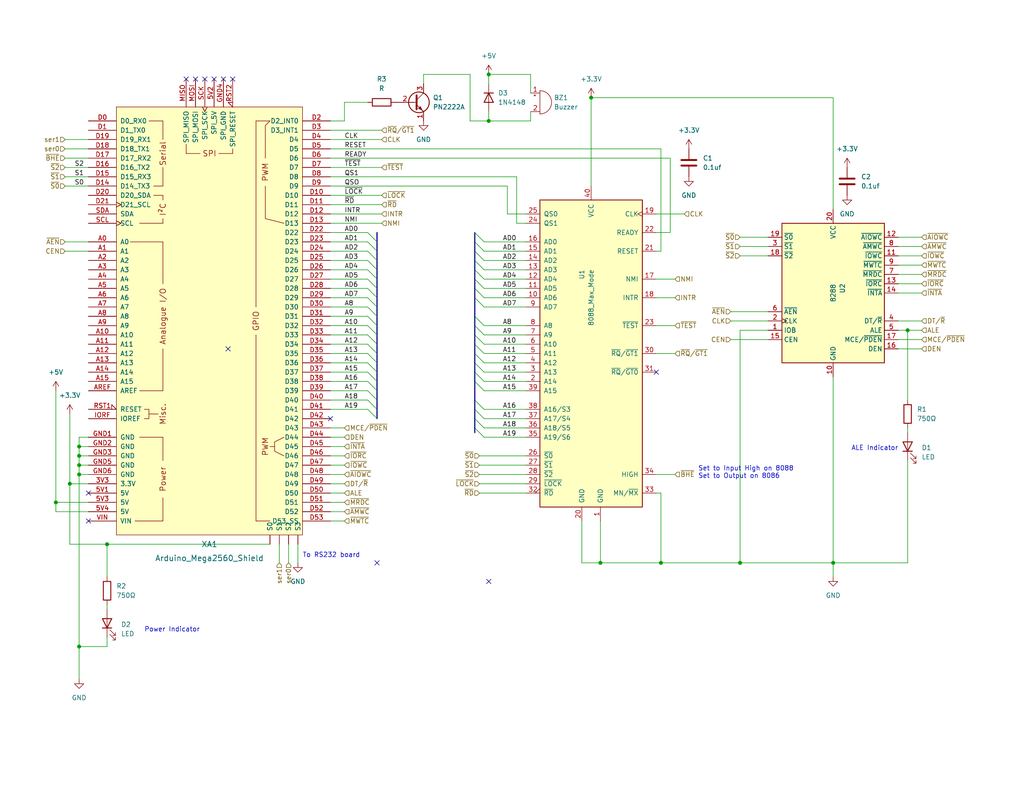
<source format=kicad_sch>
(kicad_sch (version 20211123) (generator eeschema)
  (paper "USLetter")
  (title_block (title "Arduino8088") (date "2024-05-16") (rev "v1.2"))
  (lib_symbols
    (symbol "Arduino_Library:Arduino_Mega2560_Shield" (pin_names (offset 1.016))
      (property "Reference" "XA1" (at 0 -60.96 0))
      (property "Value" "Arduino_Mega2560_Shield" (at 0 -64.77 0))
      (symbol "Arduino_Mega2560_Shield_0_0"
        (text "Analogue I/O" (at -12.7 1.27 900) (effects (font (size 1.524 1.524))))
        (text "I²C" (at -12.7 30.48 900) (effects (font (size 1.524 1.524))))
        (text "Misc." (at -12.7 -25.4 900) (effects (font (size 1.524 1.524))))
        (text "Power" (at -12.7 -43.18 900) (effects (font (size 1.524 1.524))))
        (text "PWM" (at 15.24 -34.29 900) (effects (font (size 1.524 1.524))))
        (text "PWM" (at 15.24 40.64 900) (effects (font (size 1.524 1.524))))
        (text "Serial" (at -12.7 45.72 900) (effects (font (size 1.524 1.524))))
        (text "SPI" (at 0 45.72 0) (effects (font (size 1.524 1.524))))
      )
      (symbol "Arduino_Mega2560_Shield_1_0"
        (text "GPIO" (at 12.7 0 900) (effects (font (size 1.524 1.524))))
      )
      (symbol "Arduino_Mega2560_Shield_1_1"
        (pin power_in line (at 16.51 -60.96 90) (length 2.54) (name "S0") (number ""))
        (pin bidirectional line (at 19.05 -60.96 90) (length 2.54) (name "S1") (number ""))
        (pin bidirectional line (at 21.59 -60.96 90) (length 2.54) (name "S2") (number ""))
        (pin power_in line (at 24.13 -60.96 90) (length 2.54) (name "S3") (number ""))
        (pin power_out line (at -33.02 -44.45 0) (length 7.62) (name "3.3V") (number "3V3"))
        (pin power_in line (at -33.02 -46.99 0) (length 7.62) (name "5V") (number "5V1"))
        (pin power_in line (at 1.27 66.04 270) (length 7.62) (name "SPI_5V") (number "5V2"))
        (pin power_in line (at -33.02 -49.53 0) (length 7.62) (name "5V") (number "5V3"))
        (pin power_in line (at -33.02 -52.07 0) (length 7.62) (name "5V") (number "5V4"))
        (pin bidirectional line (at -33.02 21.59 0) (length 7.62) (name "A0") (number "A0"))
        (pin bidirectional line (at -33.02 19.05 0) (length 7.62) (name "A1") (number "A1"))
        (pin bidirectional line (at -33.02 -3.81 0) (length 7.62) (name "A10") (number "A10"))
        (pin bidirectional line (at -33.02 -6.35 0) (length 7.62) (name "A11") (number "A11"))
        (pin bidirectional line (at -33.02 -8.89 0) (length 7.62) (name "A12") (number "A12"))
        (pin bidirectional line (at -33.02 -11.43 0) (length 7.62) (name "A13") (number "A13"))
        (pin bidirectional line (at -33.02 -13.97 0) (length 7.62) (name "A14") (number "A14"))
        (pin bidirectional line (at -33.02 -16.51 0) (length 7.62) (name "A15") (number "A15"))
        (pin bidirectional line (at -33.02 16.51 0) (length 7.62) (name "A2") (number "A2"))
        (pin bidirectional line (at -33.02 13.97 0) (length 7.62) (name "A3") (number "A3"))
        (pin bidirectional line (at -33.02 11.43 0) (length 7.62) (name "A4") (number "A4"))
        (pin bidirectional line (at -33.02 8.89 0) (length 7.62) (name "A5") (number "A5"))
        (pin bidirectional line (at -33.02 6.35 0) (length 7.62) (name "A6") (number "A6"))
        (pin bidirectional line (at -33.02 3.81 0) (length 7.62) (name "A7") (number "A7"))
        (pin bidirectional line (at -33.02 1.27 0) (length 7.62) (name "A8") (number "A8"))
        (pin bidirectional line (at -33.02 -1.27 0) (length 7.62) (name "A9") (number "A9"))
        (pin input line (at -33.02 -19.05 0) (length 7.62) (name "AREF") (number "AREF"))
        (pin bidirectional line (at -33.02 54.61 0) (length 7.62) (name "D0_RX0") (number "D0"))
        (pin bidirectional line (at -33.02 52.07 0) (length 7.62) (name "D1_TX0") (number "D1"))
        (pin bidirectional line (at 33.02 34.29 180) (length 7.62) (name "D10") (number "D10"))
        (pin bidirectional line (at 33.02 31.75 180) (length 7.62) (name "D11") (number "D11"))
        (pin bidirectional line (at 33.02 29.21 180) (length 7.62) (name "D12") (number "D12"))
        (pin bidirectional line (at 33.02 26.67 180) (length 7.62) (name "D13") (number "D13"))
        (pin bidirectional line (at -33.02 36.83 0) (length 7.62) (name "D14_TX3") (number "D14"))
        (pin bidirectional line (at -33.02 39.37 0) (length 7.62) (name "D15_RX3") (number "D15"))
        (pin bidirectional line (at -33.02 41.91 0) (length 7.62) (name "D16_TX2") (number "D16"))
        (pin bidirectional line (at -33.02 44.45 0) (length 7.62) (name "D17_RX2") (number "D17"))
        (pin bidirectional line (at -33.02 46.99 0) (length 7.62) (name "D18_TX1") (number "D18"))
        (pin bidirectional line (at -33.02 49.53 0) (length 7.62) (name "D19_RX1") (number "D19"))
        (pin bidirectional line (at 33.02 54.61 180) (length 7.62) (name "D2_INT0") (number "D2"))
        (pin bidirectional line (at -33.02 34.29 0) (length 7.62) (name "D20_SDA") (number "D20"))
        (pin bidirectional clock (at -33.02 31.75 0) (length 7.62) (name "D21_SCL") (number "D21"))
        (pin bidirectional line (at 33.02 24.13 180) (length 7.62) (name "D22") (number "D22"))
        (pin bidirectional line (at 33.02 21.59 180) (length 7.62) (name "D23") (number "D23"))
        (pin bidirectional line (at 33.02 19.05 180) (length 7.62) (name "D24") (number "D24"))
        (pin bidirectional line (at 33.02 16.51 180) (length 7.62) (name "D25") (number "D25"))
        (pin bidirectional line (at 33.02 13.97 180) (length 7.62) (name "D26") (number "D26"))
        (pin bidirectional line (at 33.02 11.43 180) (length 7.62) (name "D27") (number "D27"))
        (pin bidirectional line (at 33.02 8.89 180) (length 7.62) (name "D28") (number "D28"))
        (pin bidirectional line (at 33.02 6.35 180) (length 7.62) (name "D29") (number "D29"))
        (pin bidirectional line (at 33.02 52.07 180) (length 7.62) (name "D3_INT1") (number "D3"))
        (pin bidirectional line (at 33.02 3.81 180) (length 7.62) (name "D30") (number "D30"))
        (pin bidirectional line (at 33.02 1.27 180) (length 7.62) (name "D31") (number "D31"))
        (pin bidirectional line (at 33.02 -1.27 180) (length 7.62) (name "D32") (number "D32"))
        (pin bidirectional line (at 33.02 -3.81 180) (length 7.62) (name "D33") (number "D33"))
        (pin bidirectional line (at 33.02 -6.35 180) (length 7.62) (name "D34") (number "D34"))
        (pin bidirectional line (at 33.02 -8.89 180) (length 7.62) (name "D35") (number "D35"))
        (pin bidirectional line (at 33.02 -11.43 180) (length 7.62) (name "D36") (number "D36"))
        (pin bidirectional line (at 33.02 -13.97 180) (length 7.62) (name "D37") (number "D37"))
        (pin bidirectional line (at 33.02 -16.51 180) (length 7.62) (name "D38") (number "D38"))
        (pin bidirectional line (at 33.02 -19.05 180) (length 7.62) (name "D39") (number "D39"))
        (pin bidirectional line (at 33.02 49.53 180) (length 7.62) (name "D4") (number "D4"))
        (pin bidirectional line (at 33.02 -21.59 180) (length 7.62) (name "D40") (number "D40"))
        (pin bidirectional line (at 33.02 -24.13 180) (length 7.62) (name "D41") (number "D41"))
        (pin bidirectional line (at 33.02 -26.67 180) (length 7.62) (name "D42") (number "D42"))
        (pin bidirectional line (at 33.02 -29.21 180) (length 7.62) (name "D43") (number "D43"))
        (pin bidirectional line (at 33.02 -31.75 180) (length 7.62) (name "D44") (number "D44"))
        (pin bidirectional line (at 33.02 -34.29 180) (length 7.62) (name "D45") (number "D45"))
        (pin bidirectional line (at 33.02 -36.83 180) (length 7.62) (name "D46") (number "D46"))
        (pin bidirectional line (at 33.02 -39.37 180) (length 7.62) (name "D47") (number "D47"))
        (pin bidirectional line (at 33.02 -41.91 180) (length 7.62) (name "D48") (number "D48"))
        (pin bidirectional line (at 33.02 -44.45 180) (length 7.62) (name "D49") (number "D49"))
        (pin bidirectional line (at 33.02 46.99 180) (length 7.62) (name "D5") (number "D5"))
        (pin bidirectional line (at 33.02 -46.99 180) (length 7.62) (name "D50") (number "D50"))
        (pin bidirectional line (at 33.02 -49.53 180) (length 7.62) (name "D51") (number "D51"))
        (pin bidirectional line (at 33.02 -52.07 180) (length 7.62) (name "D52") (number "D52"))
        (pin bidirectional line (at 33.02 -54.61 180) (length 7.62) (name "D53_SS") (number "D53"))
        (pin bidirectional line (at 33.02 44.45 180) (length 7.62) (name "D6") (number "D6"))
        (pin bidirectional line (at 33.02 41.91 180) (length 7.62) (name "D7") (number "D7"))
        (pin bidirectional line (at 33.02 39.37 180) (length 7.62) (name "D8") (number "D8"))
        (pin bidirectional line (at 33.02 36.83 180) (length 7.62) (name "D9") (number "D9"))
        (pin power_in line (at -33.02 -31.75 0) (length 7.62) (name "GND") (number "GND1"))
        (pin power_in line (at -33.02 -34.29 0) (length 7.62) (name "GND") (number "GND2"))
        (pin power_in line (at -33.02 -36.83 0) (length 7.62) (name "GND") (number "GND3"))
        (pin power_in line (at 3.81 66.04 270) (length 7.62) (name "SPI_GND") (number "GND4"))
        (pin power_in line (at -33.02 -39.37 0) (length 7.62) (name "GND") (number "GND5"))
        (pin power_in line (at -33.02 -41.91 0) (length 7.62) (name "GND") (number "GND6"))
        (pin output line (at -33.02 -26.67 0) (length 7.62) (name "IOREF") (number "IORF"))
        (pin input line (at -6.35 66.04 270) (length 7.62) (name "SPI_MISO") (number "MISO"))
        (pin output line (at -3.81 66.04 270) (length 7.62) (name "SPI_MOSI") (number "MOSI"))
        (pin open_collector input_low (at -33.02 -24.13 0) (length 7.62) (name "RESET") (number "RST1"))
        (pin open_collector input_low (at 6.35 66.04 270) (length 7.62) (name "SPI_RESET") (number "RST2"))
        (pin output clock (at -1.27 66.04 270) (length 7.62) (name "SPI_SCK") (number "SCK"))
        (pin bidirectional clock (at -33.02 26.67 0) (length 7.62) (name "SCL") (number "SCL"))
        (pin bidirectional line (at -33.02 29.21 0) (length 7.62) (name "SDA") (number "SDA"))
        (pin power_in line (at -33.02 -54.61 0) (length 7.62) (name "VIN") (number "VIN"))
      )
    )
    (symbol "Device:Buzzer" (pin_names (offset 0.0254) hide)
      (property "Reference" "BZ" (at 3.81 1.27 0))
      (property "Value" "Buzzer" (at 3.81 -1.27 0))
      (symbol "Buzzer_1_1"
        (pin passive line (at -2.54 2.54 0) (length 2.54) (name "-") (number "1"))
        (pin passive line (at -2.54 -2.54 0) (length 2.54) (name "+") (number "2"))
      )
    )
    (symbol "Device:C" (pin_numbers hide) (pin_names (offset 0.254))
      (property "Reference" "C" (at 0.635 2.54 0))
      (property "Value" "C" (at 0.635 -2.54 0))
      (symbol "C_1_1"
        (pin passive line (at 0 3.81 270) (length 2.794) (name "~") (number "1"))
        (pin passive line (at 0 -3.81 90) (length 2.794) (name "~") (number "2"))
      )
    )
    (symbol "Device:LED" (pin_numbers hide) (pin_names (offset 1.016) hide)
      (property "Reference" "D" (at 0 2.54 0))
      (property "Value" "LED" (at 0 -2.54 0))
      (symbol "LED_1_1"
        (pin passive line (at -3.81 0 0) (length 2.54) (name "K") (number "1"))
        (pin passive line (at 3.81 0 180) (length 2.54) (name "A") (number "2"))
      )
    )
    (symbol "Device:R" (pin_numbers hide) (pin_names (offset 0))
      (property "Reference" "R" (at 2.032 0 90))
      (property "Value" "R" (at 0 0 90))
      (symbol "R_1_1"
        (pin passive line (at 0 3.81 270) (length 1.27) (name "~") (number "1"))
        (pin passive line (at 0 -3.81 90) (length 1.27) (name "~") (number "2"))
      )
    )
    (symbol "Diode:1N4148" (pin_numbers hide) (pin_names (offset 1.016) hide)
      (property "Reference" "D" (at 0 2.54 0))
      (property "Value" "1N4148" (at 0 -2.54 0))
      (symbol "1N4148_1_1"
        (pin passive line (at -3.81 0 0) (length 2.54) (name "K") (number "1"))
        (pin passive line (at 3.81 0 180) (length 2.54) (name "A") (number "2"))
      )
    )
    (symbol "Interface:8288"
      (property "Reference" "U" (at -13.97 20.32 0))
      (property "Value" "8288" (at 8.89 20.32 0))
      (symbol "8288_1_1"
        (pin input line (at -17.78 -10.16 0) (length 3.81) (name "IOB") (number "1"))
        (pin power_in line (at 0 -22.86 90) (length 3.81) (name "GND") (number "10"))
        (pin tri_state line (at 17.78 10.16 180) (length 3.81) (name "~{IOWC}") (number "11"))
        (pin tri_state line (at 17.78 15.24 180) (length 3.81) (name "~{AIOWC}") (number "12"))
        (pin tri_state line (at 17.78 2.54 180) (length 3.81) (name "~{IORC}") (number "13"))
        (pin tri_state line (at 17.78 0 180) (length 3.81) (name "~{INTA}") (number "14"))
        (pin input line (at -17.78 -12.7 0) (length 3.81) (name "CEN") (number "15"))
        (pin output line (at 17.78 -15.24 180) (length 3.81) (name "DEN") (number "16"))
        (pin output line (at 17.78 -12.7 180) (length 3.81) (name "MCE/~{PDEN}") (number "17"))
        (pin input line (at -17.78 10.16 0) (length 3.81) (name "~{S2}") (number "18"))
        (pin input line (at -17.78 15.24 0) (length 3.81) (name "~{S0}") (number "19"))
        (pin input clock (at -17.78 -7.62 0) (length 3.81) (name "CLK") (number "2"))
        (pin power_in line (at 0 22.86 270) (length 3.81) (name "VCC") (number "20"))
        (pin input line (at -17.78 12.7 0) (length 3.81) (name "~{S1}") (number "3"))
        (pin output line (at 17.78 -7.62 180) (length 3.81) (name "DT/~{R}") (number "4"))
        (pin output line (at 17.78 -10.16 180) (length 3.81) (name "ALE") (number "5"))
        (pin input line (at -17.78 -5.08 0) (length 3.81) (name "~{AEN}") (number "6"))
        (pin tri_state line (at 17.78 5.08 180) (length 3.81) (name "~{MRDC}") (number "7"))
        (pin tri_state line (at 17.78 12.7 180) (length 3.81) (name "~{AMWC}") (number "8"))
        (pin tri_state line (at 17.78 7.62 180) (length 3.81) (name "~{MWTC}") (number "9"))
      )
    )
    (symbol "MCU_Intel:8088_Max_Mode" (pin_names (offset 1.016))
      (property "Reference" "U" (at -12.7 43.18 0))
      (property "Value" "8088_Max_Mode" (at 10.16 43.18 0))
      (symbol "8088_Max_Mode_1_1"
        (pin power_in line (at -2.54 -45.72 90) (length 3.81) (name "GND") (number "1"))
        (pin bidirectional line (at 17.78 15.24 180) (length 3.81) (name "AD6") (number "10"))
        (pin bidirectional line (at 17.78 17.78 180) (length 3.81) (name "AD5") (number "11"))
        (pin bidirectional line (at 17.78 20.32 180) (length 3.81) (name "AD4") (number "12"))
        (pin bidirectional line (at 17.78 22.86 180) (length 3.81) (name "AD3") (number "13"))
        (pin bidirectional line (at 17.78 25.4 180) (length 3.81) (name "AD2") (number "14"))
        (pin bidirectional line (at 17.78 27.94 180) (length 3.81) (name "AD1") (number "15"))
        (pin bidirectional line (at 17.78 30.48 180) (length 3.81) (name "AD0") (number "16"))
        (pin input line (at -17.78 20.32 0) (length 3.81) (name "NMI") (number "17"))
        (pin input line (at -17.78 15.24 0) (length 3.81) (name "INTR") (number "18"))
        (pin input clock (at -17.78 38.1 0) (length 3.81) (name "CLK") (number "19"))
        (pin output line (at 17.78 -7.62 180) (length 3.81) (name "A14") (number "2"))
        (pin power_in line (at 2.54 -45.72 90) (length 3.81) (name "GND") (number "20"))
        (pin input line (at -17.78 27.94 0) (length 3.81) (name "RESET") (number "21"))
        (pin input line (at -17.78 33.02 0) (length 3.81) (name "READY") (number "22"))
        (pin input line (at -17.78 7.62 0) (length 3.81) (name "~{TEST}") (number "23"))
        (pin output line (at 17.78 35.56 180) (length 3.81) (name "QS1") (number "24"))
        (pin output line (at 17.78 38.1 180) (length 3.81) (name "QS0") (number "25"))
        (pin output line (at 17.78 -27.94 180) (length 3.81) (name "~{S0}") (number "26"))
        (pin output line (at 17.78 -30.48 180) (length 3.81) (name "~{S1}") (number "27"))
        (pin output line (at 17.78 -33.02 180) (length 3.81) (name "~{S2}") (number "28"))
        (pin output line (at 17.78 -35.56 180) (length 3.81) (name "~{LOCK}") (number "29"))
        (pin output line (at 17.78 -5.08 180) (length 3.81) (name "A13") (number "3"))
        (pin bidirectional line (at -17.78 0 0) (length 3.81) (name "~{RQ}/~{GT1}") (number "30"))
        (pin bidirectional line (at -17.78 -5.08 0) (length 3.81) (name "~{RQ}/~{GT0}") (number "31"))
        (pin output output_low (at 17.78 -38.1 180) (length 3.81) (name "~{RD}") (number "32"))
        (pin input line (at -17.78 -38.1 0) (length 3.81) (name "MN/~{MX}") (number "33"))
        (pin output line (at -17.78 -33.02 0) (length 3.81) (name "HIGH") (number "34"))
        (pin output line (at 17.78 -22.86 180) (length 3.81) (name "A19/S6") (number "35"))
        (pin output line (at 17.78 -20.32 180) (length 3.81) (name "A18/S5") (number "36"))
        (pin output line (at 17.78 -17.78 180) (length 3.81) (name "A17/S4") (number "37"))
        (pin output line (at 17.78 -15.24 180) (length 3.81) (name "A16/S3") (number "38"))
        (pin output line (at 17.78 -10.16 180) (length 3.81) (name "A15") (number "39"))
        (pin output line (at 17.78 -2.54 180) (length 3.81) (name "A12") (number "4"))
        (pin power_in line (at 0 45.72 270) (length 3.81) (name "VCC") (number "40"))
        (pin output line (at 17.78 0 180) (length 3.81) (name "A11") (number "5"))
        (pin output line (at 17.78 2.54 180) (length 3.81) (name "A10") (number "6"))
        (pin output line (at 17.78 5.08 180) (length 3.81) (name "A9") (number "7"))
        (pin output line (at 17.78 7.62 180) (length 3.81) (name "A8") (number "8"))
        (pin bidirectional line (at 17.78 12.7 180) (length 3.81) (name "AD7") (number "9"))
      )
    )
    (symbol "Transistor_BJT:PN2222A" (pin_names (offset 0) hide)
      (property "Reference" "Q" (at 5.08 1.905 0))
      (property "Value" "PN2222A" (at 5.08 0 0))
      (symbol "PN2222A_1_1"
        (pin passive line (at 2.54 -5.08 90) (length 2.54) (name "E") (number "1"))
        (pin input line (at -5.08 0 0) (length 5.08) (name "B") (number "2"))
        (pin passive line (at 2.54 5.08 270) (length 2.54) (name "C") (number "3"))
      )
    )
    (symbol "logo:LOGO" (pin_names (offset 1.016)))
    (symbol "power:+3.3V" (power) (pin_names (offset 0))
      (property "Value" "+3.3V" (at 0 3.556 0))
      (symbol "+3.3V_1_1"
        (pin power_in line (at 0 0 90) (length 0) hide (name "+3.3V") (number "1"))
      )
    )
    (symbol "power:+5V" (power) (pin_names (offset 0))
      (property "Value" "+5V" (at 0 3.556 0))
      (symbol "+5V_1_1"
        (pin power_in line (at 0 0 90) (length 0) hide (name "+5V") (number "1"))
      )
    )
    (symbol "power:GND" (power) (pin_names (offset 0))
      (property "Value" "GND" (at 0 -3.81 0))
      (symbol "GND_1_1"
        (pin power_in line (at 0 0 270) (length 0) hide (name "GND") (number "1"))
      )
    )
  )
  (junction (at 133.35 20.32))
  (junction (at 180.34 153.67))
  (junction (at 21.59 121.92))
  (junction (at 201.93 153.67))
  (junction (at 21.59 129.54))
  (junction (at 21.59 176.53))
  (junction (at 133.35 33.02))
  (junction (at 227.33 153.67))
  (junction (at 19.05 132.08))
  (junction (at 161.29 26.67))
  (junction (at 15.24 137.16))
  (junction (at 29.21 148.59))
  (junction (at 21.59 127))
  (junction (at 21.59 124.46))
  (junction (at 163.83 153.67))
  (junction (at 247.65 90.17))
  (no_connect (at 179.07 101.6))
  (no_connect (at 50.8 21.59))
  (no_connect (at 53.34 21.59))
  (no_connect (at 55.88 21.59))
  (no_connect (at 24.13 134.62))
  (no_connect (at 133.35 158.75))
  (no_connect (at 102.87 153.67))
  (no_connect (at 62.23 95.25))
  (no_connect (at 90.17 114.3))
  (no_connect (at 24.13 142.24))
  (no_connect (at 58.42 21.59))
  (no_connect (at 60.96 21.59))
  (no_connect (at 63.5 21.59))
  (bus_entry (at 102.87 114.3) (size -2.54 -2.54))
  (bus_entry (at 102.87 101.6) (size -2.54 -2.54))
  (bus_entry (at 102.87 104.14) (size -2.54 -2.54))
  (bus_entry (at 102.87 99.06) (size -2.54 -2.54))
  (bus_entry (at 102.87 106.68) (size -2.54 -2.54))
  (bus_entry (at 102.87 111.76) (size -2.54 -2.54))
  (bus_entry (at 102.87 109.22) (size -2.54 -2.54))
  (bus_entry (at 102.87 81.28) (size -2.54 -2.54))
  (bus_entry (at 102.87 83.82) (size -2.54 -2.54))
  (bus_entry (at 102.87 86.36) (size -2.54 -2.54))
  (bus_entry (at 102.87 88.9) (size -2.54 -2.54))
  (bus_entry (at 102.87 66.04) (size -2.54 -2.54))
  (bus_entry (at 102.87 68.58) (size -2.54 -2.54))
  (bus_entry (at 102.87 71.12) (size -2.54 -2.54))
  (bus_entry (at 102.87 73.66) (size -2.54 -2.54))
  (bus_entry (at 102.87 76.2) (size -2.54 -2.54))
  (bus_entry (at 102.87 78.74) (size -2.54 -2.54))
  (bus_entry (at 102.87 91.44) (size -2.54 -2.54))
  (bus_entry (at 102.87 93.98) (size -2.54 -2.54))
  (bus_entry (at 102.87 96.52) (size -2.54 -2.54))
  (bus_entry (at 129.54 63.5) (size 2.54 2.54))
  (bus_entry (at 129.54 66.04) (size 2.54 2.54))
  (bus_entry (at 129.54 68.58) (size 2.54 2.54))
  (bus_entry (at 129.54 71.12) (size 2.54 2.54))
  (bus_entry (at 129.54 73.66) (size 2.54 2.54))
  (bus_entry (at 129.54 76.2) (size 2.54 2.54))
  (bus_entry (at 129.54 78.74) (size 2.54 2.54))
  (bus_entry (at 129.54 81.28) (size 2.54 2.54))
  (bus_entry (at 129.54 86.36) (size 2.54 2.54))
  (bus_entry (at 129.54 88.9) (size 2.54 2.54))
  (bus_entry (at 129.54 91.44) (size 2.54 2.54))
  (bus_entry (at 129.54 93.98) (size 2.54 2.54))
  (bus_entry (at 129.54 96.52) (size 2.54 2.54))
  (bus_entry (at 129.54 99.06) (size 2.54 2.54))
  (bus_entry (at 129.54 101.6) (size 2.54 2.54))
  (bus_entry (at 129.54 104.14) (size 2.54 2.54))
  (bus_entry (at 129.54 116.84) (size 2.54 2.54))
  (bus_entry (at 129.54 109.22) (size 2.54 2.54))
  (bus_entry (at 129.54 111.76) (size 2.54 2.54))
  (bus_entry (at 129.54 114.3) (size 2.54 2.54))
  (wire (pts (xy 158.75 153.67) (xy 163.83 153.67)))
  (wire (pts (xy 163.83 142.24) (xy 163.83 153.67)))
  (wire (pts (xy 245.11 74.93) (xy 251.46 74.93)))
  (wire (pts (xy 90.17 134.62) (xy 93.98 134.62)))
  (wire (pts (xy 19.05 113.03) (xy 19.05 132.08)))
  (wire (pts (xy 81.28 148.59) (xy 81.28 153.67)))
  (bus (pts (xy 129.54 73.66) (xy 129.54 76.2)))
  (wire (pts (xy 29.21 148.59) (xy 29.21 157.48)))
  (wire (pts (xy 90.17 83.82) (xy 100.33 83.82)))
  (bus (pts (xy 102.87 81.28) (xy 102.87 83.82)))
  (wire (pts (xy 17.78 38.1) (xy 24.13 38.1)))
  (bus (pts (xy 102.87 86.36) (xy 102.87 88.9)))
  (wire (pts (xy 90.17 81.28) (xy 100.33 81.28)))
  (wire (pts (xy 19.05 132.08) (xy 24.13 132.08)))
  (bus (pts (xy 102.87 76.2) (xy 102.87 78.74)))
  (wire (pts (xy 158.75 142.24) (xy 158.75 153.67)))
  (wire (pts (xy 199.39 85.09) (xy 209.55 85.09)))
  (wire (pts (xy 128.27 33.02) (xy 133.35 33.02)))
  (wire (pts (xy 132.08 76.2) (xy 143.51 76.2)))
  (wire (pts (xy 130.81 129.54) (xy 143.51 129.54)))
  (wire (pts (xy 90.17 127) (xy 93.98 127)))
  (wire (pts (xy 133.35 33.02) (xy 144.78 33.02)))
  (wire (pts (xy 90.17 53.34) (xy 104.14 53.34)))
  (wire (pts (xy 90.17 38.1) (xy 104.14 38.1)))
  (wire (pts (xy 245.11 80.01) (xy 251.46 80.01)))
  (wire (pts (xy 227.33 102.87) (xy 227.33 153.67)))
  (wire (pts (xy 90.17 43.18) (xy 182.88 43.18)))
  (wire (pts (xy 90.17 55.88) (xy 104.14 55.88)))
  (wire (pts (xy 21.59 127) (xy 24.13 127)))
  (wire (pts (xy 132.08 66.04) (xy 143.51 66.04)))
  (wire (pts (xy 90.17 86.36) (xy 100.33 86.36)))
  (wire (pts (xy 90.17 142.24) (xy 93.98 142.24)))
  (wire (pts (xy 21.59 176.53) (xy 21.59 185.42)))
  (bus (pts (xy 129.54 91.44) (xy 129.54 93.98)))
  (wire (pts (xy 29.21 148.59) (xy 73.66 148.59)))
  (bus (pts (xy 102.87 71.12) (xy 102.87 73.66)))
  (wire (pts (xy 15.24 137.16) (xy 15.24 139.7)))
  (bus (pts (xy 129.54 63.5) (xy 129.54 66.04)))
  (wire (pts (xy 247.65 125.73) (xy 247.65 153.67)))
  (wire (pts (xy 247.65 116.84) (xy 247.65 118.11)))
  (wire (pts (xy 132.08 91.44) (xy 143.51 91.44)))
  (wire (pts (xy 29.21 176.53) (xy 21.59 176.53)))
  (wire (pts (xy 179.07 58.42) (xy 186.69 58.42)))
  (wire (pts (xy 132.08 116.84) (xy 143.51 116.84)))
  (wire (pts (xy 245.11 92.71) (xy 251.46 92.71)))
  (wire (pts (xy 29.21 173.99) (xy 29.21 176.53)))
  (wire (pts (xy 201.93 69.85) (xy 209.55 69.85)))
  (wire (pts (xy 132.08 68.58) (xy 143.51 68.58)))
  (wire (pts (xy 227.33 153.67) (xy 227.33 157.48)))
  (wire (pts (xy 245.11 72.39) (xy 251.46 72.39)))
  (wire (pts (xy 90.17 121.92) (xy 93.98 121.92)))
  (bus (pts (xy 129.54 66.04) (xy 129.54 68.58)))
  (wire (pts (xy 245.11 67.31) (xy 251.46 67.31)))
  (bus (pts (xy 129.54 96.52) (xy 129.54 99.06)))
  (wire (pts (xy 132.08 88.9) (xy 143.51 88.9)))
  (wire (pts (xy 161.29 26.67) (xy 161.29 50.8)))
  (bus (pts (xy 102.87 104.14) (xy 102.87 106.68)))
  (wire (pts (xy 245.11 87.63) (xy 251.46 87.63)))
  (wire (pts (xy 100.33 27.94) (xy 93.98 27.94)))
  (bus (pts (xy 102.87 111.76) (xy 102.87 114.3)))
  (wire (pts (xy 161.29 26.67) (xy 227.33 26.67)))
  (wire (pts (xy 90.17 99.06) (xy 100.33 99.06)))
  (wire (pts (xy 21.59 121.92) (xy 21.59 124.46)))
  (wire (pts (xy 93.98 27.94) (xy 93.98 33.02)))
  (wire (pts (xy 247.65 90.17) (xy 247.65 109.22)))
  (bus (pts (xy 102.87 88.9) (xy 102.87 91.44)))
  (wire (pts (xy 90.17 91.44) (xy 100.33 91.44)))
  (wire (pts (xy 130.81 134.62) (xy 143.51 134.62)))
  (wire (pts (xy 90.17 93.98) (xy 100.33 93.98)))
  (wire (pts (xy 29.21 165.1) (xy 29.21 166.37)))
  (wire (pts (xy 90.17 66.04) (xy 100.33 66.04)))
  (bus (pts (xy 102.87 101.6) (xy 102.87 104.14)))
  (wire (pts (xy 21.59 119.38) (xy 21.59 121.92)))
  (bus (pts (xy 102.87 99.06) (xy 102.87 101.6)))
  (wire (pts (xy 132.08 81.28) (xy 143.51 81.28)))
  (wire (pts (xy 19.05 148.59) (xy 29.21 148.59)))
  (bus (pts (xy 129.54 81.28) (xy 129.54 86.36)))
  (wire (pts (xy 90.17 139.7) (xy 93.98 139.7)))
  (wire (pts (xy 90.17 119.38) (xy 93.98 119.38)))
  (wire (pts (xy 90.17 124.46) (xy 93.98 124.46)))
  (wire (pts (xy 90.17 35.56) (xy 104.14 35.56)))
  (wire (pts (xy 17.78 50.8) (xy 24.13 50.8)))
  (wire (pts (xy 17.78 66.04) (xy 24.13 66.04)))
  (wire (pts (xy 90.17 48.26) (xy 140.97 48.26)))
  (wire (pts (xy 17.78 45.72) (xy 24.13 45.72)))
  (wire (pts (xy 90.17 96.52) (xy 100.33 96.52)))
  (wire (pts (xy 179.07 68.58) (xy 180.34 68.58)))
  (wire (pts (xy 90.17 116.84) (xy 93.98 116.84)))
  (wire (pts (xy 93.98 33.02) (xy 90.17 33.02)))
  (wire (pts (xy 180.34 153.67) (xy 201.93 153.67)))
  (wire (pts (xy 15.24 106.68) (xy 15.24 137.16)))
  (bus (pts (xy 102.87 78.74) (xy 102.87 81.28)))
  (wire (pts (xy 247.65 90.17) (xy 251.46 90.17)))
  (wire (pts (xy 90.17 60.96) (xy 104.14 60.96)))
  (wire (pts (xy 180.34 134.62) (xy 180.34 153.67)))
  (bus (pts (xy 102.87 109.22) (xy 102.87 111.76)))
  (wire (pts (xy 138.43 50.8) (xy 138.43 58.42)))
  (wire (pts (xy 245.11 64.77) (xy 251.46 64.77)))
  (wire (pts (xy 132.08 71.12) (xy 143.51 71.12)))
  (wire (pts (xy 245.11 90.17) (xy 247.65 90.17)))
  (bus (pts (xy 129.54 88.9) (xy 129.54 91.44)))
  (bus (pts (xy 129.54 93.98) (xy 129.54 96.52)))
  (wire (pts (xy 180.34 40.64) (xy 180.34 68.58)))
  (wire (pts (xy 132.08 106.68) (xy 143.51 106.68)))
  (wire (pts (xy 21.59 127) (xy 21.59 129.54)))
  (wire (pts (xy 132.08 73.66) (xy 143.51 73.66)))
  (wire (pts (xy 90.17 109.22) (xy 100.33 109.22)))
  (wire (pts (xy 132.08 99.06) (xy 143.51 99.06)))
  (wire (pts (xy 19.05 132.08) (xy 19.05 148.59)))
  (wire (pts (xy 133.35 20.32) (xy 144.78 20.32)))
  (wire (pts (xy 199.39 92.71) (xy 209.55 92.71)))
  (wire (pts (xy 24.13 137.16) (xy 15.24 137.16)))
  (wire (pts (xy 144.78 20.32) (xy 144.78 25.4)))
  (wire (pts (xy 132.08 96.52) (xy 143.51 96.52)))
  (wire (pts (xy 179.07 96.52) (xy 184.15 96.52)))
  (wire (pts (xy 90.17 129.54) (xy 93.98 129.54)))
  (wire (pts (xy 90.17 111.76) (xy 100.33 111.76)))
  (bus (pts (xy 129.54 109.22) (xy 129.54 111.76)))
  (wire (pts (xy 201.93 153.67) (xy 227.33 153.67)))
  (wire (pts (xy 227.33 57.15) (xy 227.33 26.67)))
  (bus (pts (xy 129.54 68.58) (xy 129.54 71.12)))
  (wire (pts (xy 201.93 90.17) (xy 209.55 90.17)))
  (wire (pts (xy 90.17 137.16) (xy 93.98 137.16)))
  (bus (pts (xy 129.54 111.76) (xy 129.54 114.3)))
  (wire (pts (xy 179.07 129.54) (xy 184.15 129.54)))
  (wire (pts (xy 179.07 81.28) (xy 184.15 81.28)))
  (wire (pts (xy 90.17 45.72) (xy 104.14 45.72)))
  (wire (pts (xy 17.78 40.64) (xy 24.13 40.64)))
  (bus (pts (xy 129.54 78.74) (xy 129.54 81.28)))
  (wire (pts (xy 21.59 129.54) (xy 21.59 176.53)))
  (wire (pts (xy 201.93 90.17) (xy 201.93 153.67)))
  (wire (pts (xy 199.39 87.63) (xy 209.55 87.63)))
  (wire (pts (xy 132.08 111.76) (xy 143.51 111.76)))
  (wire (pts (xy 132.08 104.14) (xy 143.51 104.14)))
  (wire (pts (xy 115.57 20.32) (xy 128.27 20.32)))
  (wire (pts (xy 115.57 20.32) (xy 115.57 22.86)))
  (wire (pts (xy 90.17 71.12) (xy 100.33 71.12)))
  (bus (pts (xy 102.87 63.5) (xy 102.87 66.04)))
  (bus (pts (xy 129.54 104.14) (xy 129.54 109.22)))
  (wire (pts (xy 21.59 129.54) (xy 24.13 129.54)))
  (wire (pts (xy 140.97 60.96) (xy 143.51 60.96)))
  (wire (pts (xy 90.17 58.42) (xy 104.14 58.42)))
  (wire (pts (xy 179.07 76.2) (xy 184.15 76.2)))
  (wire (pts (xy 132.08 101.6) (xy 143.51 101.6)))
  (bus (pts (xy 129.54 86.36) (xy 129.54 88.9)))
  (bus (pts (xy 129.54 101.6) (xy 129.54 104.14)))
  (bus (pts (xy 129.54 76.2) (xy 129.54 78.74)))
  (wire (pts (xy 21.59 121.92) (xy 24.13 121.92)))
  (wire (pts (xy 132.08 93.98) (xy 143.51 93.98)))
  (wire (pts (xy 90.17 78.74) (xy 100.33 78.74)))
  (wire (pts (xy 140.97 48.26) (xy 140.97 60.96)))
  (wire (pts (xy 17.78 48.26) (xy 24.13 48.26)))
  (wire (pts (xy 130.81 132.08) (xy 143.51 132.08)))
  (wire (pts (xy 132.08 83.82) (xy 143.51 83.82)))
  (wire (pts (xy 15.24 139.7) (xy 24.13 139.7)))
  (wire (pts (xy 90.17 132.08) (xy 93.98 132.08)))
  (wire (pts (xy 138.43 58.42) (xy 143.51 58.42)))
  (wire (pts (xy 132.08 114.3) (xy 143.51 114.3)))
  (wire (pts (xy 21.59 124.46) (xy 21.59 127)))
  (bus (pts (xy 102.87 96.52) (xy 102.87 99.06)))
  (wire (pts (xy 245.11 69.85) (xy 251.46 69.85)))
  (wire (pts (xy 182.88 43.18) (xy 182.88 63.5)))
  (wire (pts (xy 133.35 30.48) (xy 133.35 33.02)))
  (wire (pts (xy 144.78 30.48) (xy 144.78 33.02)))
  (wire (pts (xy 130.81 124.46) (xy 143.51 124.46)))
  (wire (pts (xy 90.17 88.9) (xy 100.33 88.9)))
  (wire (pts (xy 17.78 68.58) (xy 24.13 68.58)))
  (bus (pts (xy 129.54 116.84) (xy 129.54 118.11)))
  (wire (pts (xy 130.81 127) (xy 143.51 127)))
  (wire (pts (xy 133.35 22.86) (xy 133.35 20.32)))
  (wire (pts (xy 245.11 77.47) (xy 251.46 77.47)))
  (wire (pts (xy 90.17 73.66) (xy 100.33 73.66)))
  (wire (pts (xy 90.17 40.64) (xy 180.34 40.64)))
  (wire (pts (xy 90.17 50.8) (xy 138.43 50.8)))
  (wire (pts (xy 128.27 20.32) (xy 128.27 33.02)))
  (wire (pts (xy 90.17 63.5) (xy 100.33 63.5)))
  (bus (pts (xy 102.87 106.68) (xy 102.87 109.22)))
  (wire (pts (xy 90.17 68.58) (xy 100.33 68.58)))
  (wire (pts (xy 179.07 134.62) (xy 180.34 134.62)))
  (wire (pts (xy 17.78 43.18) (xy 24.13 43.18)))
  (wire (pts (xy 163.83 153.67) (xy 180.34 153.67)))
  (wire (pts (xy 90.17 106.68) (xy 100.33 106.68)))
  (bus (pts (xy 102.87 93.98) (xy 102.87 96.52)))
  (wire (pts (xy 201.93 64.77) (xy 209.55 64.77)))
  (bus (pts (xy 102.87 91.44) (xy 102.87 93.98)))
  (wire (pts (xy 179.07 88.9) (xy 184.15 88.9)))
  (wire (pts (xy 90.17 76.2) (xy 100.33 76.2)))
  (bus (pts (xy 129.54 114.3) (xy 129.54 116.84)))
  (wire (pts (xy 21.59 119.38) (xy 24.13 119.38)))
  (wire (pts (xy 76.2 148.59) (xy 76.2 153.67)))
  (bus (pts (xy 102.87 73.66) (xy 102.87 76.2)))
  (wire (pts (xy 201.93 67.31) (xy 209.55 67.31)))
  (wire (pts (xy 132.08 78.74) (xy 143.51 78.74)))
  (wire (pts (xy 90.17 101.6) (xy 100.33 101.6)))
  (bus (pts (xy 102.87 66.04) (xy 102.87 68.58)))
  (wire (pts (xy 179.07 63.5) (xy 182.88 63.5)))
  (wire (pts (xy 132.08 119.38) (xy 143.51 119.38)))
  (bus (pts (xy 102.87 68.58) (xy 102.87 71.12)))
  (bus (pts (xy 129.54 99.06) (xy 129.54 101.6)))
  (wire (pts (xy 227.33 153.67) (xy 247.65 153.67)))
  (wire (pts (xy 78.74 148.59) (xy 78.74 153.67)))
  (wire (pts (xy 21.59 124.46) (xy 24.13 124.46)))
  (wire (pts (xy 245.11 95.25) (xy 251.46 95.25)))
  (wire (pts (xy 90.17 104.14) (xy 100.33 104.14)))
  (bus (pts (xy 102.87 83.82) (xy 102.87 86.36)))
  (bus (pts (xy 129.54 71.12) (xy 129.54 73.66)))
  (text "Power Indicator" (at 39.37 172.72 0) (effects (font (size 1.27 1.27)) (justify left bottom)))
  (text "Set to Input High on 8088\nSet to Output on 8086" (at 190.5 130.81 0) (effects (font (size 1.27 1.27)) (justify left bottom)))
  (text "ALE Indicator" (at 245.11 123.19 180) (effects (font (size 1.27 1.27)) (justify right bottom)))
  (text "To RS232 board" (at 82.55 152.4 0) (effects (font (size 1.27 1.27)) (justify left bottom)))
  (label "RESET" (at 93.98 40.64 0))
  (label "A17" (at 137.16 114.3 0))
  (label "A18" (at 137.16 116.84 0))
  (label "AD0" (at 93.98 63.5 0))
  (label "INTR" (at 93.98 58.42 0))
  (label "AD2" (at 93.98 68.58 0))
  (label "A15" (at 93.98 101.6 0))
  (label "A15" (at 137.16 106.68 0))
  (label "A19" (at 93.98 111.76 0))
  (label "AD4" (at 137.16 76.2 0))
  (label "READY" (at 93.98 43.18 0))
  (label "A14" (at 137.16 104.14 0))
  (label "CLK" (at 93.98 38.1 0))
  (label "A12" (at 93.98 93.98 0))
  (label "A9" (at 137.16 91.44 0))
  (label "~{TEST}" (at 93.98 45.72 0))
  (label "A11" (at 137.16 96.52 0))
  (label "AD3" (at 137.16 73.66 0))
  (label "A19" (at 137.16 119.38 0))
  (label "AD4" (at 93.98 73.66 0))
  (label "AD1" (at 93.98 66.04 0))
  (label "A16" (at 93.98 104.14 0))
  (label "AD0" (at 137.16 66.04 0))
  (label "A13" (at 93.98 96.52 0))
  (label "~{LOCK}" (at 93.98 53.34 0))
  (label "A17" (at 93.98 106.68 0))
  (label "A16" (at 137.16 111.76 0))
  (label "QS1" (at 93.98 48.26 0))
  (label "A9" (at 93.98 86.36 0))
  (label "A11" (at 93.98 91.44 0))
  (label "A8" (at 93.98 83.82 0))
  (label "A8" (at 137.16 88.9 0))
  (label "AD7" (at 137.16 83.82 0))
  (label "~{RD}" (at 93.98 55.88 0))
  (label "AD3" (at 93.98 71.12 0))
  (label "NMI" (at 93.98 60.96 0))
  (label "A14" (at 93.98 99.06 0))
  (label "AD1" (at 137.16 68.58 0))
  (label "QSO" (at 93.98 50.8 0))
  (label "A18" (at 93.98 109.22 0))
  (label "A12" (at 137.16 99.06 0))
  (label "A10" (at 93.98 88.9 0))
  (label "AD7" (at 93.98 81.28 0))
  (label "S2" (at 20.32 45.72 0))
  (label "A10" (at 137.16 93.98 0))
  (label "S0" (at 20.32 50.8 0))
  (label "AD5" (at 137.16 78.74 0))
  (label "A13" (at 137.16 101.6 0))
  (label "AD6" (at 137.16 81.28 0))
  (label "AD6" (at 93.98 78.74 0))
  (label "AD5" (at 93.98 76.2 0))
  (label "S1" (at 20.32 48.26 0))
  (label "AD2" (at 137.16 71.12 0))
  (hierarchical_label "CLK" (shape input) (at 199.39 87.63 180))
  (hierarchical_label "~{IORC}" (shape input) (at 251.46 77.47 0))
  (hierarchical_label "~{INTA}" (shape input) (at 251.46 80.01 0))
  (hierarchical_label "~{BHE}" (shape input) (at 184.15 129.54 0))
  (hierarchical_label "~{S2}" (shape input) (at 201.93 69.85 180))
  (hierarchical_label "~{LOCK}" (shape input) (at 104.14 53.34 0))
  (hierarchical_label "~{AIOWC}" (shape input) (at 93.98 129.54 0))
  (hierarchical_label "~{IOWC}" (shape input) (at 93.98 127 0))
  (hierarchical_label "DEN" (shape input) (at 251.46 95.25 0))
  (hierarchical_label "ser1" (shape input) (at 17.78 38.1 180))
  (hierarchical_label "~{AMWC}" (shape input) (at 251.46 67.31 0))
  (hierarchical_label "~{S1}" (shape input) (at 201.93 67.31 180))
  (hierarchical_label "~{RQ}{slash}~{GT1}" (shape input) (at 104.14 35.56 0))
  (hierarchical_label "~{S0}" (shape input) (at 201.93 64.77 180))
  (hierarchical_label "ser1" (shape input) (at 76.2 153.67 270))
  (hierarchical_label "INTR" (shape input) (at 104.14 58.42 0))
  (hierarchical_label "~{AMWC}" (shape input) (at 93.98 139.7 0))
  (hierarchical_label "~{IOWC}" (shape input) (at 251.46 69.85 0))
  (hierarchical_label "~{TEST}" (shape input) (at 184.15 88.9 0))
  (hierarchical_label "~{AEN}" (shape input) (at 17.78 66.04 180))
  (hierarchical_label "~{MRDC}" (shape input) (at 93.98 137.16 0))
  (hierarchical_label "CEN" (shape input) (at 199.39 92.71 180))
  (hierarchical_label "ALE" (shape input) (at 251.46 90.17 0))
  (hierarchical_label "ALE" (shape input) (at 93.98 134.62 0))
  (hierarchical_label "~{S1}" (shape input) (at 17.78 48.26 180))
  (hierarchical_label "NMI" (shape input) (at 184.15 76.2 0))
  (hierarchical_label "~{IORC}" (shape input) (at 93.98 124.46 0))
  (hierarchical_label "DEN" (shape input) (at 93.98 119.38 0))
  (hierarchical_label "~{LOCK}" (shape input) (at 130.81 132.08 180))
  (hierarchical_label "MCE{slash}~{PDEN}" (shape input) (at 93.98 116.84 0))
  (hierarchical_label "ser0" (shape input) (at 17.78 40.64 180))
  (hierarchical_label "DT{slash}~{R}" (shape input) (at 251.46 87.63 0))
  (hierarchical_label "~{RD}" (shape input) (at 130.81 134.62 180))
  (hierarchical_label "~{S2}" (shape input) (at 17.78 45.72 180))
  (hierarchical_label "~{BHE}" (shape input) (at 17.78 43.18 180))
  (hierarchical_label "~{S0}" (shape input) (at 130.81 124.46 180))
  (hierarchical_label "~{S1}" (shape input) (at 130.81 127 180))
  (hierarchical_label "CLK" (shape input) (at 104.14 38.1 0))
  (hierarchical_label "CEN" (shape input) (at 17.78 68.58 180))
  (hierarchical_label "~{RQ}{slash}~{GT1}" (shape input) (at 184.15 96.52 0))
  (hierarchical_label "~{AIOWC}" (shape input) (at 251.46 64.77 0))
  (hierarchical_label "INTR" (shape input) (at 184.15 81.28 0))
  (hierarchical_label "~{AEN}" (shape input) (at 199.39 85.09 180))
  (hierarchical_label "~{MWTC}" (shape input) (at 251.46 72.39 0))
  (hierarchical_label "ser0" (shape input) (at 78.74 153.67 270))
  (hierarchical_label "~{TEST}" (shape input) (at 104.14 45.72 0))
  (hierarchical_label "CLK" (shape input) (at 186.69 58.42 0))
  (hierarchical_label "~{INTA}" (shape input) (at 93.98 121.92 0))
  (hierarchical_label "~{S2}" (shape input) (at 130.81 129.54 180))
  (hierarchical_label "~{S0}" (shape input) (at 17.78 50.8 180))
  (hierarchical_label "DT{slash}~{R}" (shape input) (at 93.98 132.08 0))
  (hierarchical_label "~{RD}" (shape input) (at 104.14 55.88 0))
  (hierarchical_label "~{MWTC}" (shape input) (at 93.98 142.24 0))
  (hierarchical_label "MCE{slash}~{PDEN}" (shape input) (at 251.46 92.71 0))
  (hierarchical_label "NMI" (shape input) (at 104.14 60.96 0))
  (hierarchical_label "~{MRDC}" (shape input) (at 251.46 74.93 0))
  (symbol (lib_id "Device:C") (at 231.14 49.53 0) (unit 1)
    (property "Reference" "C2" (at 234.95 48.2599 0) (effects (justify left)))
    (property "Value" "0.1uf" (at 234.95 50.7999 0) (effects (justify left)))
    (property "Footprint" "Capacitor_SMD:C_0805_2012Metric_Pad1.18x1.45mm_HandSolder" (effects hide))
  )
  (symbol (lib_id "Arduino_Library:Arduino_Mega2560_Shield") (at 57.15 87.63 0) (unit 1)
    (property "Reference" "XA1" (at 57.15 148.59 0) (effects (font (size 1.524 1.524))))
    (property "Value" "Arduino_Mega2560_Shield" (at 57.15 152.4 0) (effects (font (size 1.524 1.524))))
    (property "Footprint" "Arduino_Library:Arduino_Mega2560_Shield" (effects hide))
    (property "Datasheet" "https://store.arduino.cc/products/arduino-mega-2560-rev3" (effects hide))
  )
  (symbol (lib_id "power:GND") (at 227.33 157.48 0) (unit 1)
    (property "Reference" "#PWR0102" (effects hide))
    (property "Value" "GND" (at 227.33 162.56 0))
  )
  (symbol (lib_id "power:+3.3V") (at 161.29 26.67 0) (unit 1)
    (property "Reference" "#PWR0103" (effects hide))
    (property "Value" "+3.3V" (at 161.29 21.59 0))
  )
  (symbol (lib_id "power:GND") (at 21.59 185.42 0) (unit 1)
    (property "Reference" "#PWR0101" (effects hide))
    (property "Value" "GND" (at 21.59 190.5 0))
  )
  (symbol (lib_id "power:+5V") (at 15.24 106.68 0) (unit 1)
    (property "Reference" "#PWR0107" (effects hide))
    (property "Value" "+5V" (at 15.24 101.6 0))
  )
  (symbol (lib_id "Device:R") (at 247.65 113.03 0) (unit 1)
    (property "Reference" "R1" (at 250.19 111.7599 0) (effects (justify left)))
    (property "Value" "750Ω" (at 250.19 114.2999 0) (effects (justify left)))
    (property "Footprint" "Resistor_SMD:R_0805_2012Metric_Pad1.20x1.40mm_HandSolder" (effects hide))
  )
  (symbol (lib_id "Device:R") (at 104.14 27.94 90) (unit 1)
    (property "Reference" "R3" (at 104.14 21.59 90))
    (property "Value" "R" (at 104.14 24.13 90))
    (property "Footprint" "Resistor_SMD:R_0805_2012Metric_Pad1.20x1.40mm_HandSolder" (effects hide))
  )
  (symbol (lib_id "MCU_Intel:8088_Max_Mode") (at 161.29 96.52 0) (mirror y) (unit 1)
    (property "Reference" "U1" (at 158.75 74.93 90))
    (property "Value" "8088_Max_Mode" (at 161.29 81.28 90))
    (property "Footprint" "Package_DIP:DIP-40_W15.24mm" (effects hide))
    (property "Datasheet" "http://datasheets.chipdb.org/Intel/x86/808x/datashts/8088/231456-006.pdf" (effects hide))
  )
  (symbol (lib_id "power:GND") (at 231.14 53.34 0) (unit 1)
    (property "Reference" "#PWR0108" (effects hide))
    (property "Value" "GND" (at 231.14 58.42 0))
  )
  (symbol (lib_id "power:+5V") (at 133.35 20.32 0) (unit 1)
    (property "Reference" "#PWR0104" (effects hide))
    (property "Value" "+5V" (at 133.35 15.24 0))
  )
  (symbol (lib_id "power:+3.3V") (at 19.05 113.03 0) (unit 1)
    (property "Reference" "#PWR0105" (effects hide))
    (property "Value" "+3.3V" (at 19.05 107.95 0))
  )
  (symbol (lib_id "power:GND") (at 115.57 33.02 0) (unit 1)
    (property "Reference" "#PWR0109" (effects hide))
    (property "Value" "GND" (at 115.57 38.1 0))
  )
  (symbol (lib_id "Device:LED") (at 247.65 121.92 90) (unit 1)
    (property "Reference" "D1" (at 251.46 122.2374 90) (effects (justify right)))
    (property "Value" "LED" (at 251.46 124.7774 90) (effects (justify right)))
    (property "Footprint" "LED_SMD:LED_0805_2012Metric_Pad1.15x1.40mm_HandSolder" (effects hide))
  )
  (symbol (lib_id "power:+3.3V") (at 187.96 40.64 0) (unit 1)
    (property "Reference" "#PWR0112" (effects hide))
    (property "Value" "+3.3V" (at 187.96 35.56 0))
  )
  (symbol (lib_id "Diode:1N4148") (at 133.35 26.67 270) (unit 1)
    (property "Reference" "D3" (at 135.89 25.3999 90) (effects (justify left)))
    (property "Value" "1N4148" (at 135.89 27.9399 90) (effects (justify left)))
    (property "Footprint" "Diode_SMD:D_0805_2012Metric_Pad1.15x1.40mm_HandSolder" (effects hide))
    (property "Datasheet" "https://assets.nexperia.com/documents/data-sheet/1N4148_1N4448.pdf" (effects hide))
  )
  (symbol (lib_id "power:GND") (at 81.28 153.67 0) (unit 1)
    (property "Reference" "#PWR0110" (effects hide))
    (property "Value" "GND" (at 81.28 158.75 0))
  )
  (symbol (lib_id "Device:LED") (at 29.21 170.18 90) (unit 1)
    (property "Reference" "D2" (at 33.02 170.4974 90) (effects (justify right)))
    (property "Value" "LED" (at 33.02 173.0374 90) (effects (justify right)))
    (property "Footprint" "LED_SMD:LED_0805_2012Metric_Pad1.15x1.40mm_HandSolder" (effects hide))
  )
  (symbol (lib_id "Device:Buzzer") (at 147.32 27.94 0) (unit 1)
    (property "Reference" "BZ1" (at 151.13 26.6699 0) (effects (justify left)))
    (property "Value" "Buzzer" (at 151.13 29.2099 0) (effects (justify left)))
    (property "Footprint" "Buzzer_Beeper:Buzzer_12x9.5RM7.6" (effects hide))
  )
  (symbol (lib_id "logo:LOGO") (at 288.29 262.89 0) (unit 1)
    (property "Reference" "#G1" (effects hide))
    (property "Value" "LOGO" (effects hide))
  )
  (symbol (lib_id "power:+3.3V") (at 231.14 45.72 0) (unit 1)
    (property "Reference" "#PWR0111" (effects hide))
    (property "Value" "+3.3V" (at 231.14 40.64 0))
  )
  (symbol (lib_id "Interface:8288") (at 227.33 80.01 0) (unit 1)
    (property "Reference" "U2" (at 229.87 78.74 90))
    (property "Value" "8288" (at 227.33 80.01 90))
    (property "Footprint" "Package_DIP:DIP-20_W7.62mm" (effects hide))
    (property "Datasheet" "http://www.datasheets360.com/pdf/7208679415653955300" (effects hide))
  )
  (symbol (lib_id "Transistor_BJT:PN2222A") (at 113.03 27.94 0) (unit 1)
    (property "Reference" "Q1" (at 118.11 26.6699 0) (effects (justify left)))
    (property "Value" "PN2222A" (at 118.11 29.2099 0) (effects (justify left)))
    (property "Footprint" "Package_TO_SOT_THT:TO-92_Inline" (effects hide))
    (property "Datasheet" "https://www.onsemi.com/pub/Collateral/PN2222-D.PDF" (effects hide))
  )
  (symbol (lib_id "power:GND") (at 187.96 48.26 0) (unit 1)
    (property "Reference" "#PWR0106" (effects hide))
    (property "Value" "GND" (at 187.96 53.34 0))
  )
  (symbol (lib_id "Device:C") (at 187.96 44.45 0) (unit 1)
    (property "Reference" "C1" (at 191.77 43.1799 0) (effects (justify left)))
    (property "Value" "0.1uf" (at 191.77 45.7199 0) (effects (justify left)))
    (property "Footprint" "Capacitor_SMD:C_0805_2012Metric_Pad1.18x1.45mm_HandSolder" (effects hide))
  )
  (symbol (lib_id "Device:R") (at 29.21 161.29 0) (unit 1)
    (property "Reference" "R2" (at 31.75 160.0199 0) (effects (justify left)))
    (property "Value" "750Ω" (at 31.75 162.5599 0) (effects (justify left)))
    (property "Footprint" "Resistor_SMD:R_0805_2012Metric_Pad1.20x1.40mm_HandSolder" (effects hide))
  )
)
</source>
